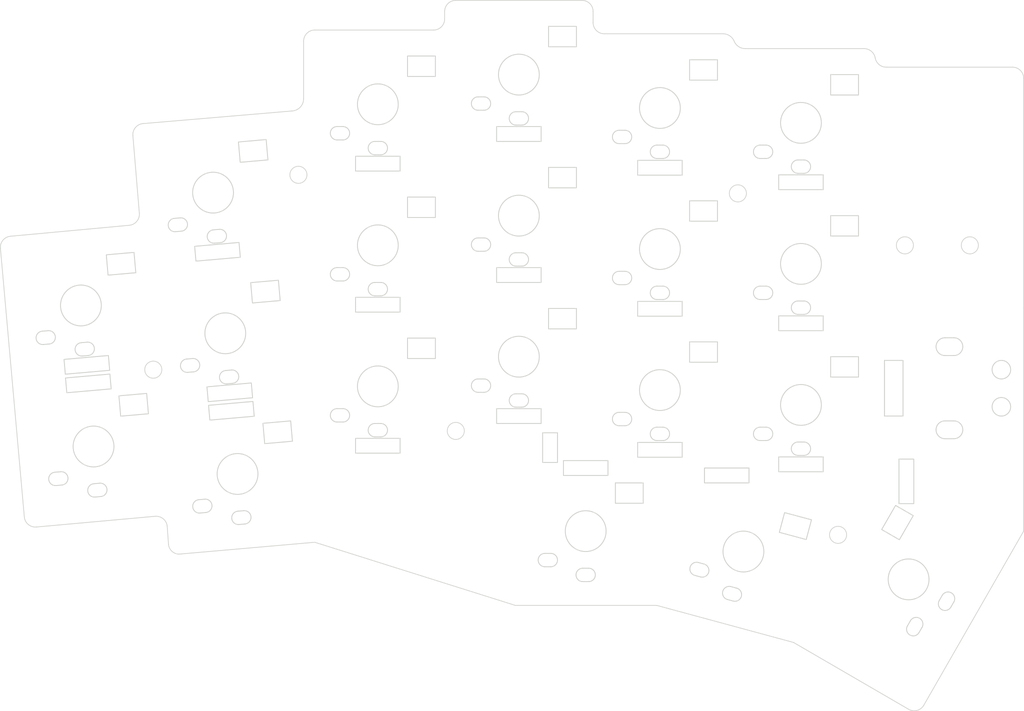
<source format=kicad_pcb>
(kicad_pcb (version 20211014) (generator pcbnew)
  (layers (0 "F.Cu" signal) (31 "B.Cu" signal) (34 "B.Paste" user) (35 "F.Paste" user) (36 "B.SilkS" user "B.Silkscreen") (37 "F.SilkS" user "F.Silkscreen") (38 "B.Mask" user) (39 "F.Mask" user) (44 "Edge.Cuts" user))
  (net 0 "")
  (footprint "pica:Cutout_ChocV2" (layer "F.Cu") (at 97.75 59.5)
    (fp_text reference "SW2")
    (fp_text value "SW_PUSH" hide)
    (fp_line (start -0.4 6.8) (end 0.4 6.8) (layer "Edge.Cuts") (width 0.12))
    (fp_line (start -0.4 5) (end 0.4 5) (layer "Edge.Cuts") (width 0.12))
    (fp_line (start -5.5 3) (end -4.7 3) (layer "Edge.Cuts") (width 0.12))
    (fp_line (start -5.5 4.8) (end -4.7 4.8) (layer "Edge.Cuts") (width 0.12))
    (fp_rect (start 4 -6.5) (end 7.75 -3.75) (layer "Edge.Cuts") (width 0.12) (fill none))
    (fp_arc (start -0.4 6.8) (mid -1.3 5.9) (end -0.4 5) (layer "Edge.Cuts") (width 0.12))
    (fp_arc (start -5.5 4.8) (mid -6.4 3.9) (end -5.5 3) (layer "Edge.Cuts") (width 0.12))
    (fp_arc (start 0.4 5) (mid 1.3 5.9) (end 0.4 6.8) (layer "Edge.Cuts") (width 0.12))
    (fp_arc (start -4.7 3) (mid -3.8 3.9) (end -4.7 4.8) (layer "Edge.Cuts") (width 0.12))
    (fp_circle (center 0 0) (end 0 -2.75) (layer "Edge.Cuts") (width 0.12) (fill none))
  )
  (footprint "pica:Cutout_ChocV2" (layer "F.Cu") (at 169.25 123.5 60)
    (fp_text reference "SW20")
    (fp_text value "SW_PUSH" hide)
    (fp_line (start -0.4 5) (end 0.4 5) (layer "Edge.Cuts") (width 0.12))
    (fp_line (start -5.5 3) (end -4.7 3) (layer "Edge.Cuts") (width 0.12))
    (fp_line (start -5.5 4.8) (end -4.7 4.8) (layer "Edge.Cuts") (width 0.12))
    (fp_line (start -0.4 6.8) (end 0.4 6.8) (layer "Edge.Cuts") (width 0.12))
    (fp_rect (start 4 -6.5) (end 7.75 -3.75) (layer "Edge.Cuts") (width 0.12) (fill none))
    (fp_arc (start -5.5 4.8) (mid -6.4 3.9) (end -5.5 3) (layer "Edge.Cuts") (width 0.12))
    (fp_arc (start -0.4 6.8) (mid -1.3 5.9) (end -0.4 5) (layer "Edge.Cuts") (width 0.12))
    (fp_arc (start 0.4 5) (mid 1.3 5.9) (end 0.4 6.8) (layer "Edge.Cuts") (width 0.12))
    (fp_arc (start -4.7 3) (mid -3.8 3.9) (end -4.7 4.8) (layer "Edge.Cuts") (width 0.12))
    (fp_circle (center 0 0) (end 0 -2.75) (layer "Edge.Cuts") (width 0.12) (fill none))
  )
  (footprint "pica:Cutout_RotaryEncoder_EC11" (layer "F.Cu") (at 174.75 97.75)
    (fp_text reference "RE1")
    (fp_text value "RotaryEncoder_Switch")
    (fp_line (start -0.6 -6.8) (end 0.6 -6.8) (layer "Edge.Cuts") (width 0.12))
    (fp_line (start -0.6 6.8) (end 0.6 6.8) (layer "Edge.Cuts") (width 0.12))
    (fp_line (start -0.6 -4.4) (end 0.6 -4.4) (layer "Edge.Cuts") (width 0.12))
    (fp_line (start -0.6 4.4) (end 0.6 4.4) (layer "Edge.Cuts") (width 0.12))
    (fp_rect (start -8.75 -3.75) (end -6.25 3.75) (layer "Edge.Cuts") (width 0.12) (fill none))
    (fp_arc (start -0.6 6.8) (mid -1.8 5.6) (end -0.6 4.4) (layer "Edge.Cuts") (width 0.12))
    (fp_arc (start 0.6 -6.8) (mid 1.8 -5.6) (end 0.6 -4.4) (layer "Edge.Cuts") (width 0.12))
    (fp_arc (start 0.6 4.4) (mid 1.8 5.6) (end 0.6 6.8) (layer "Edge.Cuts") (width 0.12))
    (fp_arc (start -0.6 -4.4) (mid -1.8 -5.6) (end -0.6 -6.8) (layer "Edge.Cuts") (width 0.12))
    (fp_circle (center 7 2.5) (end 7 1.25) (layer "Edge.Cuts") (width 0.12) (fill none))
    (fp_circle (center 7 -2.5) (end 7 -3.75) (layer "Edge.Cuts") (width 0.12) (fill none))
  )
  (footprint "pica:thread_m2_hole" (layer "F.Cu") (at 87.05 69)
    (fp_text reference "H1" hide)
    (fp_text value "MountingHole" hide)
    (fp_circle (center 0 0) (end 1.15 0) (layer "Edge.Cuts") (width 0.1) (fill none))
  )
  (footprint "pica:Cutout_ChocV2" (layer "F.Cu") (at 97.75 97.5)
    (fp_text reference "SW12")
    (fp_text value "SW_PUSH" hide)
    (fp_line (start -5.5 4.8) (end -4.7 4.8) (layer "Edge.Cuts") (width 0.12))
    (fp_line (start -0.4 6.8) (end 0.4 6.8) (layer "Edge.Cuts") (width 0.12))
    (fp_line (start -5.5 3) (end -4.7 3) (layer "Edge.Cuts") (width 0.12))
    (fp_line (start -0.4 5) (end 0.4 5) (layer "Edge.Cuts") (width 0.12))
    (fp_rect (start 4 -6.5) (end 7.75 -3.75) (layer "Edge.Cuts") (width 0.12) (fill none))
    (fp_arc (start -4.7 3) (mid -3.8 3.9) (end -4.7 4.8) (layer "Edge.Cuts") (width 0.12))
    (fp_arc (start 0.4 5) (mid 1.3 5.9) (end 0.4 6.8) (layer "Edge.Cuts") (width 0.12))
    (fp_arc (start -0.4 6.8) (mid -1.3 5.9) (end -0.4 5) (layer "Edge.Cuts") (width 0.12))
    (fp_arc (start -5.5 4.8) (mid -6.4 3.9) (end -5.5 3) (layer "Edge.Cuts") (width 0.12))
    (fp_circle (center 0 0) (end 0 -2.75) (layer "Edge.Cuts") (width 0.12) (fill none))
  )
  (footprint "pica:Cutout_ChocV2" (layer "F.Cu") (at 135.75 98)
    (fp_text reference "SW14")
    (fp_text value "SW_PUSH" hide)
    (fp_line (start -0.4 5) (end 0.4 5) (layer "Edge.Cuts") (width 0.12))
    (fp_line (start -5.5 4.8) (end -4.7 4.8) (layer "Edge.Cuts") (width 0.12))
    (fp_line (start -0.4 6.8) (end 0.4 6.8) (layer "Edge.Cuts") (width 0.12))
    (fp_line (start -5.5 3) (end -4.7 3) (layer "Edge.Cuts") (width 0.12))
    (fp_rect (start 4 -6.5) (end 7.75 -3.75) (layer "Edge.Cuts") (width 0.12) (fill none))
    (fp_arc (start 0.4 5) (mid 1.3 5.9) (end 0.4 6.8) (layer "Edge.Cuts") (width 0.12))
    (fp_arc (start -0.4 6.8) (mid -1.3 5.9) (end -0.4 5) (layer "Edge.Cuts") (width 0.12))
    (fp_arc (start -5.5 4.8) (mid -6.4 3.9) (end -5.5 3) (layer "Edge.Cuts") (width 0.12))
    (fp_arc (start -4.7 3) (mid -3.8 3.9) (end -4.7 4.8) (layer "Edge.Cuts") (width 0.12))
    (fp_circle (center 0 0) (end 0 -2.75) (layer "Edge.Cuts") (width 0.12) (fill none))
  )
  (footprint "pica:Cutout_ChocV2" (layer "F.Cu") (at 154.75 81)
    (fp_text reference "SW10")
    (fp_text value "SW_PUSH" hide)
    (fp_line (start -0.4 6.8) (end 0.4 6.8) (layer "Edge.Cuts") (width 0.12))
    (fp_line (start -5.5 3) (end -4.7 3) (layer "Edge.Cuts") (width 0.12))
    (fp_line (start -5.5 4.8) (end -4.7 4.8) (layer "Edge.Cuts") (width 0.12))
    (fp_line (start -0.4 5) (end 0.4 5) (layer "Edge.Cuts") (width 0.12))
    (fp_rect (start 4 -6.5) (end 7.75 -3.75) (layer "Edge.Cuts") (width 0.12) (fill none))
    (fp_arc (start -5.5 4.8) (mid -6.4 3.9) (end -5.5 3) (layer "Edge.Cuts") (width 0.12))
    (fp_arc (start 0.4 5) (mid 1.3 5.9) (end 0.4 6.8) (layer "Edge.Cuts") (width 0.12))
    (fp_arc (start -4.7 3) (mid -3.8 3.9) (end -4.7 4.8) (layer "Edge.Cuts") (width 0.12))
    (fp_arc (start -0.4 6.8) (mid -1.3 5.9) (end -0.4 5) (layer "Edge.Cuts") (width 0.12))
    (fp_circle (center 0 0) (end 0 -2.75) (layer "Edge.Cuts") (width 0.12) (fill none))
  )
  (footprint "pica:thread_m2_hole" (layer "F.Cu") (at 67.5 95.25 5)
    (fp_text reference "H3" hide)
    (fp_text value "MountingHole" hide)
    (fp_circle (center 0 0) (end 1.15 0) (layer "Edge.Cuts") (width 0.1) (fill none))
  )
  (footprint "pica:Cutout_ChocV2" (layer "F.Cu") (at 78.85 109.3 5)
    (fp_text reference "SW11")
    (fp_text value "SW_PUSH" hide)
    (fp_line (start -5.5 3) (end -4.7 3) (layer "Edge.Cuts") (width 0.12))
    (fp_line (start -0.4 6.8) (end 0.4 6.8) (layer "Edge.Cuts") (width 0.12))
    (fp_line (start -0.4 5) (end 0.4 5) (layer "Edge.Cuts") (width 0.12))
    (fp_line (start -5.5 4.8) (end -4.7 4.8) (layer "Edge.Cuts") (width 0.12))
    (fp_rect (start 4 -6.5) (end 7.75 -3.75) (layer "Edge.Cuts") (width 0.12) (fill none))
    (fp_arc (start 0.4 5) (mid 1.3 5.9) (end 0.4 6.8) (layer "Edge.Cuts") (width 0.12))
    (fp_arc (start -4.7 3) (mid -3.8 3.9) (end -4.7 4.8) (layer "Edge.Cuts") (width 0.12))
    (fp_arc (start -5.5 4.8) (mid -6.4 3.9) (end -5.5 3) (layer "Edge.Cuts") (width 0.12))
    (fp_arc (start -0.4 6.8) (mid -1.3 5.9) (end -0.4 5) (layer "Edge.Cuts") (width 0.12))
    (fp_circle (center 0 0) (end 0 -2.75) (layer "Edge.Cuts") (width 0.12) (fill none))
  )
  (footprint "pica:Cutout_ChocV2" (layer "F.Cu") (at 154.75 62)
    (fp_text reference "SW5")
    (fp_text value "SW_PUSH" hide)
    (fp_line (start -5.5 3) (end -4.7 3) (layer "Edge.Cuts") (width 0.12))
    (fp_line (start -0.4 5) (end 0.4 5) (layer "Edge.Cuts") (width 0.12))
    (fp_line (start -5.5 4.8) (end -4.7 4.8) (layer "Edge.Cuts") (width 0.12))
    (fp_line (start -0.4 6.8) (end 0.4 6.8) (layer "Edge.Cuts") (width 0.12))
    (fp_rect (start 4 -6.5) (end 7.75 -3.75) (layer "Edge.Cuts") (width 0.12) (fill none))
    (fp_arc (start -5.5 4.8) (mid -6.4 3.9) (end -5.5 3) (layer "Edge.Cuts") (width 0.12))
    (fp_arc (start 0.4 5) (mid 1.3 5.9) (end 0.4 6.8) (layer "Edge.Cuts") (width 0.12))
    (fp_arc (start -4.7 3) (mid -3.8 3.9) (end -4.7 4.8) (layer "Edge.Cuts") (width 0.12))
    (fp_arc (start -0.4 6.8) (mid -1.3 5.9) (end -0.4 5) (layer "Edge.Cuts") (width 0.12))
    (fp_circle (center 0 0) (end 0 -2.75) (layer "Edge.Cuts") (width 0.12) (fill none))
  )
  (footprint "pica:Cutout_ChocV2" (layer "F.Cu") (at 135.75 79)
    (fp_text reference "SW9")
    (fp_text value "SW_PUSH" hide)
    (fp_line (start -5.5 3) (end -4.7 3) (layer "Edge.Cuts") (width 0.12))
    (fp_line (start -0.4 6.8) (end 0.4 6.8) (layer "Edge.Cuts") (width 0.12))
    (fp_line (start -5.5 4.8) (end -4.7 4.8) (layer "Edge.Cuts") (width 0.12))
    (fp_line (start -0.4 5) (end 0.4 5) (layer "Edge.Cuts") (width 0.12))
    (fp_rect (start 4 -6.5) (end 7.75 -3.75) (layer "Edge.Cuts") (width 0.12) (fill none))
    (fp_arc (start 0.4 5) (mid 1.3 5.9) (end 0.4 6.8) (layer "Edge.Cuts") (width 0.12))
    (fp_arc (start -0.4 6.8) (mid -1.3 5.9) (end -0.4 5) (layer "Edge.Cuts") (width 0.12))
    (fp_arc (start -5.5 4.8) (mid -6.4 3.9) (end -5.5 3) (layer "Edge.Cuts") (width 0.12))
    (fp_arc (start -4.7 3) (mid -3.8 3.9) (end -4.7 4.8) (layer "Edge.Cuts") (width 0.12))
    (fp_circle (center 0 0) (end 0 -2.75) (layer "Edge.Cuts") (width 0.12) (fill none))
  )
  (footprint "pica:Cutout_ChocV2" (layer "F.Cu") (at 116.75 74.5)
    (fp_text reference "SW8")
    (fp_text value "SW_PUSH" hide)
    (fp_line (start -0.4 6.8) (end 0.4 6.8) (layer "Edge.Cuts") (width 0.12))
    (fp_line (start -0.4 5) (end 0.4 5) (layer "Edge.Cuts") (width 0.12))
    (fp_line (start -5.5 3) (end -4.7 3) (layer "Edge.Cuts") (width 0.12))
    (fp_line (start -5.5 4.8) (end -4.7 4.8) (layer "Edge.Cuts") (width 0.12))
    (fp_rect (start 4 -6.5) (end 7.75 -3.75) (layer "Edge.Cuts") (width 0.12) (fill none))
    (fp_arc (start 0.4 5) (mid 1.3 5.9) (end 0.4 6.8) (layer "Edge.Cuts") (width 0.12))
    (fp_arc (start -5.5 4.8) (mid -6.4 3.9) (end -5.5 3) (layer "Edge.Cuts") (width 0.12))
    (fp_arc (start -0.4 6.8) (mid -1.3 5.9) (end -0.4 5) (layer "Edge.Cuts") (width 0.12))
    (fp_arc (start -4.7 3) (mid -3.8 3.9) (end -4.7 4.8) (layer "Edge.Cuts") (width 0.12))
    (fp_circle (center 0 0) (end 0 -2.75) (layer "Edge.Cuts") (width 0.12) (fill none))
  )
  (footprint "pica:Cutout_JST_PH_S2B-PH-K_1x02_P2.00mm" (layer "F.Cu") (at 120.95 104.75 -90)
    (fp_text reference "BATTCONN2" hide)
    (fp_text value "Conn_01x02_Female" hide)
    (fp_rect (start -1 -1) (end 3 1) (layer "Edge.Cuts") (width 0.12) (fill none))
  )
  (footprint "pica:Cutout_ChocV2" (layer "F.Cu") (at 154.75 100)
    (fp_text reference "SW15")
    (fp_text value "SW_PUSH" hide)
    (fp_line (start -0.4 5) (end 0.4 5) (layer "Edge.Cuts") (width 0.12))
    (fp_line (start -5.5 4.8) (end -4.7 4.8) (layer "Edge.Cuts") (width 0.12))
    (fp_line (start -0.4 6.8) (end 0.4 6.8) (layer "Edge.Cuts") (width 0.12))
    (fp_line (start -5.5 3) (end -4.7 3) (layer "Edge.Cuts") (width 0.12))
    (fp_rect (start 4 -6.5) (end 7.75 -3.75) (layer "Edge.Cuts") (width 0.12) (fill none))
    (fp_arc (start -0.4 6.8) (mid -1.3 5.9) (end -0.4 5) (layer "Edge.Cuts") (width 0.12))
    (fp_arc (start -5.5 4.8) (mid -6.4 3.9) (end -5.5 3) (layer "Edge.Cuts") (width 0.12))
    (fp_arc (start -4.7 3) (mid -3.8 3.9) (end -4.7 4.8) (layer "Edge.Cuts") (width 0.12))
    (fp_arc (start 0.4 5) (mid 1.3 5.9) (end 0.4 6.8) (layer "Edge.Cuts") (width 0.12))
    (fp_circle (center 0 0) (end 0 -2.75) (layer "Edge.Cuts") (width 0.12) (fill none))
  )
  (footprint "pica:Cutout_ChocV2" (layer "F.Cu") (at 59.45 105.6 5)
    (fp_text reference "SW17")
    (fp_text value "SW_PUSH" hide)
    (fp_line (start -5.5 4.8) (end -4.7 4.8) (layer "Edge.Cuts") (width 0.12))
    (fp_line (start -0.4 5) (end 0.4 5) (layer "Edge.Cuts") (width 0.12))
    (fp_line (start -5.5 3) (end -4.7 3) (layer "Edge.Cuts") (width 0.12))
    (fp_line (start -0.4 6.8) (end 0.4 6.8) (layer "Edge.Cuts") (width 0.12))
    (fp_rect (start 4 -6.5) (end 7.75 -3.75) (layer "Edge.Cuts") (width 0.12) (fill none))
    (fp_arc (start -4.7 3) (mid -3.8 3.9) (end -4.7 4.8) (layer "Edge.Cuts") (width 0.12))
    (fp_arc (start -0.4 6.8) (mid -1.3 5.9) (end -0.4 5) (layer "Edge.Cuts") (width 0.12))
    (fp_arc (start -5.5 4.8) (mid -6.4 3.9) (end -5.5 3) (layer "Edge.Cuts") (width 0.12))
    (fp_arc (start 0.4 5) (mid 1.3 5.9) (end 0.4 6.8) (layer "Edge.Cuts") (width 0.12))
    (fp_circle (center 0 0) (end 0 -2.75) (layer "Edge.Cuts") (width 0.12) (fill none))
  )
  (footprint "pica:thread_m2_hole" (layer "F.Cu") (at 108.25 103.5)
    (fp_text reference "H4" hide)
    (fp_text value "MountingHole" hide)
    (fp_circle (center 0 0) (end 1.15 0) (layer "Edge.Cuts") (width 0.1) (fill none))
  )
  (footprint "pica:Cutout_ChocV2" (layer "F.Cu") (at 97.75 78.5)
    (fp_text reference "SW7")
    (fp_text value "SW_PUSH" hide)
    (fp_line (start -0.4 6.8) (end 0.4 6.8) (layer "Edge.Cuts") (width 0.12))
    (fp_line (start -5.5 3) (end -4.7 3) (layer "Edge.Cuts") (width 0.12))
    (fp_line (start -0.4 5) (end 0.4 5) (layer "Edge.Cuts") (width 0.12))
    (fp_line (start -5.5 4.8) (end -4.7 4.8) (layer "Edge.Cuts") (width 0.12))
    (fp_rect (start 4 -6.5) (end 7.75 -3.75) (layer "Edge.Cuts") (width 0.12) (fill none))
    (fp_arc (start -4.7 3) (mid -3.8 3.9) (end -4.7 4.8) (layer "Edge.Cuts") (width 0.12))
    (fp_arc (start -0.4 6.8) (mid -1.3 5.9) (end -0.4 5) (layer "Edge.Cuts") (width 0.12))
    (fp_arc (start 0.4 5) (mid 1.3 5.9) (end 0.4 6.8) (layer "Edge.Cuts") (width 0.12))
    (fp_arc (start -5.5 4.8) (mid -6.4 3.9) (end -5.5 3) (layer "Edge.Cuts") (width 0.12))
    (fp_circle (center 0 0) (end 0 -2.75) (layer "Edge.Cuts") (width 0.12) (fill none))
  )
  (footprint "pica:Cutout_ChocV2" (layer "F.Cu") (at 57.75 86.6 5)
    (fp_text reference "SW16")
    (fp_text value "SW_PUSH" hide)
    (fp_line (start -5.5 3) (end -4.7 3) (layer "Edge.Cuts") (width 0.12))
    (fp_line (start -5.5 4.8) (end -4.7 4.8) (layer "Edge.Cuts") (width 0.12))
    (fp_line (start -0.4 6.8) (end 0.4 6.8) (layer "Edge.Cuts") (width 0.12))
    (fp_line (start -0.4 5) (end 0.4 5) (layer "Edge.Cuts") (width 0.12))
    (fp_rect (start 4 -6.5) (end 7.75 -3.75) (layer "Edge.Cuts") (width 0.12) (fill none))
    (fp_arc (start -5.5 4.8) (mid -6.4 3.9) (end -5.5 3) (layer "Edge.Cuts") (width 0.12))
    (fp_arc (start 0.4 5) (mid 1.3 5.9) (end 0.4 6.8) (layer "Edge.Cuts") (width 0.12))
    (fp_arc (start -0.4 6.8) (mid -1.3 5.9) (end -0.4 5) (layer "Edge.Cuts") (width 0.12))
    (fp_arc (start -4.7 3) (mid -3.8 3.9) (end -4.7 4.8) (layer "Edge.Cuts") (width 0.12))
    (fp_circle (center 0 0) (end 0 -2.75) (layer "Edge.Cuts") (width 0.12) (fill none))
  )
  (footprint "pica:thread_m2_hole" (layer "F.Cu") (at 168.75 78.5)
    (fp_text reference "H6" hide)
    (fp_text value "MountingHole" hide)
    (fp_circle (center 0 0) (end 1.15 0) (layer "Edge.Cuts") (width 0.1) (fill none))
  )
  (footprint "pica:Cutout_ChocV2" (layer "F.Cu") (at 77.2 90.35 5)
    (fp_text reference "SW6")
    (fp_text value "SW_PUSH" hide)
    (fp_line (start -0.4 5) (end 0.4 5) (layer "Edge.Cuts") (width 0.12))
    (fp_line (start -5.5 4.8) (end -4.7 4.8) (layer "Edge.Cuts") (width 0.12))
    (fp_line (start -0.4 6.8) (end 0.4 6.8) (layer "Edge.Cuts") (width 0.12))
    (fp_line (start -5.5 3) (end -4.7 3) (layer "Edge.Cuts") (width 0.12))
    (fp_rect (start 4 -6.5) (end 7.75 -3.75) (layer "Edge.Cuts") (width 0.12) (fill none))
    (fp_arc (start -4.7 3) (mid -3.8 3.9) (end -4.7 4.8) (layer "Edge.Cuts") (width 0.12))
    (fp_arc (start -0.4 6.8) (mid -1.3 5.9) (end -0.4 5) (layer "Edge.Cuts") (width 0.12))
    (fp_arc (start -5.5 4.8) (mid -6.4 3.9) (end -5.5 3) (layer "Edge.Cuts") (width 0.12))
    (fp_arc (start 0.4 5) (mid 1.3 5.9) (end 0.4 6.8) (layer "Edge.Cuts") (width 0.12))
    (fp_circle (center 0 0) (end 0 -2.75) (layer "Edge.Cuts") (width 0.12) (fill none))
  )
  (footprint "pica:Cutout_ChocV2" (layer "F.Cu") (at 147 119.75 -15)
    (fp_text reference "SW19")
    (fp_text value "SW_PUSH" hide)
    (fp_line (start -0.4 6.8) (end 0.4 6.8) (layer "Edge.Cuts") (width 0.12))
    (fp_line (start -0.4 5) (end 0.4 5) (layer "Edge.Cuts") (width 0.12))
    (fp_line (start -5.5 3) (end -4.7 3) (layer "Edge.Cuts") (width 0.12))
    (fp_line (start -5.5 4.8) (end -4.7 4.8) (layer "Edge.Cuts") (width 0.12))
    (fp_rect (start 4 -6.5) (end 7.75 -3.75) (layer "Edge.Cuts") (width 0.12) (fill none))
    (fp_arc (start -5.5 4.8) (mid -6.4 3.9) (end -5.5 3) (layer "Edge.Cuts") (width 0.12))
    (fp_arc (start -0.4 6.8) (mid -1.3 5.9) (end -0.4 5) (layer "Edge.Cuts") (width 0.12))
    (fp_arc (start -4.7 3) (mid -3.8 3.9) (end -4.7 4.8) (layer "Edge.Cuts") (width 0.12))
    (fp_arc (start 0.4 5) (mid 1.3 5.9) (end 0.4 6.8) (layer "Edge.Cuts") (width 0.12))
    (fp_circle (center 0 0) (end 0 -2.75) (layer "Edge.Cuts") (width 0.12) (fill none))
  )
  (footprint "pica:thread_m2_hole" (layer "F.Cu") (at 177.5 78.5)
    (fp_text reference "H7" hide)
    (fp_text value "MountingHole" hide)
    (fp_circle (center 0 0) (end 1.15 0) (layer "Edge.Cuts") (width 0.1) (fill none))
  )
  (footprint "pica:Cutout_ChocV2" (layer "F.Cu") (at 75.55 71.4 5)
    (fp_text reference "SW1")
    (fp_text value "SW_PUSH" hide)
    (fp_line (start -0.4 6.8) (end 0.4 6.8) (layer "Edge.Cuts") (width 0.12))
    (fp_line (start -5.5 3) (end -4.7 3) (layer "Edge.Cuts") (width 0.12))
    (fp_line (start -5.5 4.8) (end -4.7 4.8) (layer "Edge.Cuts") (width 0.12))
    (fp_line (start -0.4 5) (end 0.4 5) (layer "Edge.Cuts") (width 0.12))
    (fp_rect (start 4 -6.5) (end 7.75 -3.75) (layer "Edge.Cuts") (width 0.12) (fill none))
    (fp_arc (start -4.7 3) (mid -3.8 3.9) (end -4.7 4.8) (layer "Edge.Cuts") (width 0.12))
    (fp_arc (start -5.5 4.8) (mid -6.4 3.9) (end -5.5 3) (layer "Edge.Cuts") (width 0.12))
    (fp_arc (start -0.4 6.8) (mid -1.3 5.9) (end -0.4 5) (layer "Edge.Cuts") (width 0.12))
    (fp_arc (start 0.4 5) (mid 1.3 5.9) (end 0.4 6.8) (layer "Edge.Cuts") (width 0.12))
    (fp_circle (center 0 0) (end 0 -2.75) (layer "Edge.Cuts") (width 0.12) (fill none))
  )
  (footprint "pica:Cutout_ChocV2" (layer "F.Cu") (at 135.75 60)
    (fp_text reference "SW4")
    (fp_text value "SW_PUSH" hide)
    (fp_line (start -0.4 5) (end 0.4 5) (layer "Edge.Cuts") (width 0.12))
    (fp_line (start -5.5 3) (end -4.7 3) (layer "Edge.Cuts") (width 0.12))
    (fp_line (start -0.4 6.8) (end 0.4 6.8) (layer "Edge.Cuts") (width 0.12))
    (fp_line (start -5.5 4.8) (end -4.7 4.8) (layer "Edge.Cuts") (width 0.12))
    (fp_rect (start 4 -6.5) (end 7.75 -3.75) (layer "Edge.Cuts") (width 0.12) (fill none))
    (fp_arc (start -4.7 3) (mid -3.8 3.9) (end -4.7 4.8) (layer "Edge.Cuts") (width 0.12))
    (fp_arc (start 0.4 5) (mid 1.3 5.9) (end 0.4 6.8) (layer "Edge.Cuts") (width 0.12))
    (fp_arc (start -0.4 6.8) (mid -1.3 5.9) (end -0.4 5) (layer "Edge.Cuts") (width 0.12))
    (fp_arc (start -5.5 4.8) (mid -6.4 3.9) (end -5.5 3) (layer "Edge.Cuts") (width 0.12))
    (fp_circle (center 0 0) (end 0 -2.75) (layer "Edge.Cuts") (width 0.12) (fill none))
  )
  (footprint "pica:Cutout_ChocV2" (layer "F.Cu") (at 116.75 93.5)
    (fp_text reference "SW13")
    (fp_text value "SW_PUSH" hide)
    (fp_line (start -0.4 5) (end 0.4 5) (layer "Edge.Cuts") (width 0.12))
    (fp_line (start -5.5 4.8) (end -4.7 4.8) (layer "Edge.Cuts") (width 0.12))
    (fp_line (start -0.4 6.8) (end 0.4 6.8) (layer "Edge.Cuts") (width 0.12))
    (fp_line (start -5.5 3) (end -4.7 3) (layer "Edge.Cuts") (width 0.12))
    (fp_rect (start 4 -6.5) (end 7.75 -3.75) (layer "Edge.Cuts") (width 0.12) (fill none))
    (fp_arc (start -0.4 6.8) (mid -1.3 5.9) (end -0.4 5) (layer "Edge.Cuts") (width 0.12))
    (fp_arc (start 0.4 5) (mid 1.3 5.9) (end 0.4 6.8) (layer "Edge.Cuts") (width 0.12))
    (fp_arc (start -5.5 4.8) (mid -6.4 3.9) (end -5.5 3) (layer "Edge.Cuts") (width 0.12))
    (fp_arc (start -4.7 3) (mid -3.8 3.9) (end -4.7 4.8) (layer "Edge.Cuts") (width 0.12))
    (fp_circle (center 0 0) (end 0 -2.75) (layer "Edge.Cuts") (width 0.12) (fill none))
  )
  (footprint "pica:thread_m2_hole" (layer "F.Cu") (at 159.75 117.5)
    (fp_text reference "H2" hide)
    (fp_text value "MountingHole" hide)
    (fp_circle (center 0 0) (end 1.15 0) (layer "Edge.Cuts") (width 0.1) (fill none))
  )
  (footprint "pica:thread_m2_hole" (layer "F.Cu") (at 146.25 71.5)
    (fp_text reference "H5" hide)
    (fp_text value "MountingHole" hide)
    (fp_circle (center 0 0) (end 1.15 0) (layer "Edge.Cuts") (width 0.1) (fill none))
  )
  (footprint "pica:Cutout_ChocV2" (layer "F.Cu") (at 125.75 117)
    (fp_text reference "SW18")
    (fp_text value "SW_PUSH" hide)
    (fp_line (start -5.5 4.8) (end -4.7 4.8) (layer "Edge.Cuts") (width 0.12))
    (fp_line (start -5.5 3) (end -4.7 3) (layer "Edge.Cuts") (width 0.12))
    (fp_line (start -0.4 6.8) (end 0.4 6.8) (layer "Edge.Cuts") (width 0.12))
    (fp_line (start -0.4 5) (end 0.4 5) (layer "Edge.Cuts") (width 0.12))
    (fp_rect (start 4 -6.5) (end 7.75 -3.75) (layer "Edge.Cuts") (width 0.12) (fill none))
    (fp_arc (start -4.7 3) (mid -3.8 3.9) (end -4.7 4.8) (layer "Edge.Cuts") (width 0.12))
    (fp_arc (start -0.4 6.8) (mid -1.3 5.9) (end -0.4 5) (layer "Edge.Cuts") (width 0.12))
    (fp_arc (start -5.5 4.8) (mid -6.4 3.9) (end -5.5 3) (layer "Edge.Cuts") (width 0.12))
    (fp_arc (start 0.4 5) (mid 1.3 5.9) (end 0.4 6.8) (layer "Edge.Cuts") (width 0.12))
    (fp_circle (center 0 0) (end 0 -2.75) (layer "Edge.Cuts") (width 0.12) (fill none))
  )
  (footprint "pica:Cutout_ChocV2" (layer "F.Cu") (at 116.75 55.5)
    (fp_text reference "SW3")
    (fp_text value "SW_PUSH" hide)
    (fp_line (start -0.4 6.8) (end 0.4 6.8) (layer "Edge.Cuts") (width 0.12))
    (fp_line (start -0.4 5) (end 0.4 5) (layer "Edge.Cuts") (width 0.12))
    (fp_line (start -5.5 3) (end -4.7 3) (layer "Edge.Cuts") (width 0.12))
    (fp_line (start -5.5 4.8) (end -4.7 4.8) (layer "Edge.Cuts") (width 0.12))
    (fp_rect (start 4 -6.5) (end 7.75 -3.75) (layer "Edge.Cuts") (width 0.12) (fill none))
    (fp_arc (start -0.4 6.8) (mid -1.3 5.9) (end -0.4 5) (layer "Edge.Cuts") (width 0.12))
    (fp_arc (start 0.4 5) (mid 1.3 5.9) (end 0.4 6.8) (layer "Edge.Cuts") (width 0.12))
    (fp_arc (start -4.7 3) (mid -3.8 3.9) (end -4.7 4.8) (layer "Edge.Cuts") (width 0.12))
    (fp_arc (start -5.5 4.8) (mid -6.4 3.9) (end -5.5 3) (layer "Edge.Cuts") (width 0.12))
    (fp_circle (center 0 0) (end 0 -2.75) (layer "Edge.Cuts") (width 0.12) (fill none))
  )
  (footprint "pica:Cutout_D3_SMD" (layer "B.Cu") (at 97.75 67.5 180)
    (fp_text reference "D2" hide)
    (fp_text value "D_Small" hide)
    (fp_rect (start -3 1) (end 3 -1) (layer "Edge.Cuts") (width 0.12) (fill none))
  )
  (footprint "pica:Cutout_D3_SMD" (layer "B.Cu") (at 135.75 106.0483 180)
    (fp_text reference "D14" hide)
    (fp_text value "D_Small" hide)
    (fp_rect (start -3 1) (end 3 -1) (layer "Edge.Cuts") (width 0.12) (fill none))
  )
  (footprint "pica:Cutout_D3_SMD" (layer "B.Cu") (at 144.75 109.5 180)
    (fp_text reference "D19" hide)
    (fp_text value "D_Small" hide)
    (fp_rect (start -3 1) (end 3 -1) (layer "Edge.Cuts") (width 0.12) (fill none))
  )
  (footprint "pica:Cutout_D3_SMD" (layer "B.Cu") (at 135.75 68.0483 180)
    (fp_text reference "D4" hide)
    (fp_text value "D_Small" hide)
    (fp_rect (start -3 1) (end 3 -1) (layer "Edge.Cuts") (width 0.12) (fill none))
  )
  (footprint "pica:Cutout_D3_SMD" (layer "B.Cu") (at 168.95 110.3 -90)
    (fp_text reference "D20" hide)
    (fp_text value "D_Small" hide)
    (fp_rect (start -3 1) (end 3 -1) (layer "Edge.Cuts") (width 0.12) (fill none))
  )
  (footprint "pica:Cutout_D3_SMD" (layer "B.Cu") (at 77.803205 98.297257 -175)
    (fp_text reference "D6" hide)
    (fp_text value "D_Small" hide)
    (fp_rect (start -3 1) (end 3 -1) (layer "Edge.Cuts") (width 0.12) (fill none))
  )
  (footprint "pica:Cutout_D3_SMD" (layer "B.Cu") (at 58.55 94.6 -175)
    (fp_text reference "D16" hide)
    (fp_text value "D_Small" hide)
    (fp_rect (start -3 1) (end 3 -1) (layer "Edge.Cuts") (width 0.12) (fill none))
  )
  (footprint "pica:Cutout_D3_SMD" (layer "B.Cu") (at 97.75 86.5 180)
    (fp_text reference "D7" hide)
    (fp_text value "D_Small" hide)
    (fp_rect (start -3 1) (end 3 -1) (layer "Edge.Cuts") (width 0.12) (fill none))
  )
  (footprint "pica:Cutout_D3_SMD" (layer "B.Cu") (at 154.75 89 180)
    (fp_text reference "D10" hide)
    (fp_text value "D_Small" hide)
    (fp_rect (start -3 1) (end 3 -1) (layer "Edge.Cuts") (width 0.12) (fill none))
  )
  (footprint "pica:Cutout_D3_SMD" (layer "B.Cu") (at 154.75 108 180)
    (fp_text reference "D15" hide)
    (fp_text value "D_Small" hide)
    (fp_rect (start -3 1) (end 3 -1) (layer "Edge.Cuts") (width 0.12) (fill none))
  )
  (footprint "pica:Cutout_D3_SMD" (layer "B.Cu") (at 116.75 63.5 180)
    (fp_text reference "D3" hide)
    (fp_text value "D_Small" hide)
    (fp_rect (start -3 1) (end 3 -1) (layer "Edge.Cuts") (width 0.12) (fill none))
  )
  (footprint "pica:Cutout_D3_SMD" (layer "B.Cu") (at 154.75 70 180)
    (fp_text reference "D5" hide)
    (fp_text value "D_Small" hide)
    (fp_rect (start -3 1) (end 3 -1) (layer "Edge.Cuts") (width 0.12) (fill none))
  )
  (footprint "pica:Cutout_D3_SMD" (layer "B.Cu") (at 135.75 87.0483 180)
    (fp_text reference "D9" hide)
    (fp_text value "D_Small" hide)
    (fp_rect (start -3 1) (end 3 -1) (layer "Edge.Cuts") (width 0.12) (fill none))
  )
  (footprint "pica:Cutout_D3_SMD" (layer "B.Cu") (at 125.75 108.5 180)
    (fp_text reference "D18" hide)
    (fp_text value "D_Small" hide)
    (fp_rect (start -3 1) (end 3 -1) (layer "Edge.Cuts") (width 0.12) (fill none))
  )
  (footprint "pica:Cutout_D3_SMD" (layer "B.Cu") (at 97.75 105.5 180)
    (fp_text reference "D12" hide)
    (fp_text value "D_Small" hide)
    (fp_rect (start -3 1) (end 3 -1) (layer "Edge.Cuts") (width 0.12) (fill none))
  )
  (footprint "pica:Cutout_D3_SMD" (layer "B.Cu") (at 58.75 97.1 -175)
    (fp_text reference "D17" hide)
    (fp_text value "D_Small" hide)
    (fp_rect (start -3 1) (end 3 -1) (layer "Edge.Cuts") (width 0.12) (fill none))
  )
  (footprint "pica:Cutout_D3_SMD" (layer "B.Cu") (at 76.147246 79.369557 -175)
    (fp_text reference "D1" hide)
    (fp_text value "D_Small" hide)
    (fp_rect (start -3 1) (end 3 -1) (layer "Edge.Cuts") (width 0.12) (fill none))
  )
  (footprint "pica:Cutout_D3_SMD" (layer "B.Cu") (at 78.021094 100.787743 -175)
    (fp_text reference "D11" hide)
    (fp_text value "D_Small" hide)
    (fp_rect (start -3 1) (end 3 -1) (layer "Edge.Cuts") (width 0.12) (fill none))
  )
  (footprint "pica:Cutout_D3_SMD" (layer "B.Cu") (at 116.75 101.5 180)
    (fp_text reference "D13" hide)
    (fp_text value "D_Small" hide)
    (fp_rect (start -3 1) (end 3 -1) (layer "Edge.Cuts") (width 0.12) (fill none))
  )
  (footprint "pica:Cutout_D3_SMD" (layer "B.Cu") (at 116.75 82.5 180)
    (fp_text reference "D8" hide)
    (fp_text value "D_Small" hide)
    (fp_rect (start -3 1) (end 3 -1) (layer "Edge.Cuts") (width 0.12) (fill none))
  )
  (gr_line (start 147.25 52) (end 163.25 52) (layer "Edge.Cuts") (width 0.1))
  (gr_line (start 125.25 45.5) (end 108.25 45.5) (layer "Edge.Cuts") (width 0.1))
  (gr_line (start 184.75 87) (end 184.75 117) (layer "Edge.Cuts") (width 0.1))
  (gr_line (start 89.25 49.5) (end 105.25 49.5) (layer "Edge.Cuts") (width 0.1))
  (gr_line (start 184.75 87) (end 184.75 56) (layer "Edge.Cuts") (width 0.1))
  (gr_line (start 64.75 63.724794) (end 65.620412 74.174352) (layer "Edge.Cuts") (width 0.1))
  (gr_line (start 89.25 118.5) (end 116.25 127) (layer "Edge.Cuts") (width 0.1))
  (gr_arc (start 128.25 50) (mid 127.18934 49.56066) (end 126.75 48.5) (layer "Edge.Cuts") (width 0.1))
  (gr_line (start 70.95 120.1) (end 89.25 118.5) (layer "Edge.Cuts") (width 0.1))
  (gr_line (start 51.75 116.445189) (end 67.75 115) (layer "Edge.Cuts") (width 0.1))
  (gr_line (start 171.299038 140.450962) (end 184.75 117) (layer "Edge.Cuts") (width 0.1))
  (gr_arc (start 106.75 48) (mid 106.31066 49.06066) (end 105.25 49.5) (layer "Edge.Cuts") (width 0.1))
  (gr_line (start 86.175797 60.400232) (end 66.113558 62.099769) (layer "Edge.Cuts") (width 0.1))
  (gr_arc (start 144.25 50) (mid 145.151388 50.272918) (end 145.75 51) (layer "Edge.Cuts") (width 0.1))
  (gr_line (start 128.25 50) (end 144.25 50) (layer "Edge.Cuts") (width 0.1))
  (gr_line (start 135.3 127) (end 153.75 132) (layer "Edge.Cuts") (width 0.1))
  (gr_line (start 87.75 51) (end 87.75 58.75) (layer "Edge.Cuts") (width 0.1))
  (gr_arc (start 65.620412 74.174352) (mid 65.275194 75.269282) (end 64.256854 75.799377) (layer "Edge.Cuts") (width 0.1))
  (gr_line (start 106.75 47) (end 106.75 48) (layer "Edge.Cuts") (width 0.1))
  (gr_arc (start 125.25 45.5) (mid 126.31066 45.93934) (end 126.75 47) (layer "Edge.Cuts") (width 0.1))
  (gr_arc (start 166.25 54.5) (mid 165.273719 54.146537) (end 164.75 53.25) (layer "Edge.Cuts") (width 0.1))
  (gr_arc (start 67.75 115) (mid 68.844895 115.345238) (end 69.375026 116.363557) (layer "Edge.Cuts") (width 0.1))
  (gr_line (start 169.25 141) (end 153.75 132) (layer "Edge.Cuts") (width 0.1))
  (gr_arc (start 64.75 63.724794) (mid 65.095241 62.629902) (end 66.113558 62.099769) (layer "Edge.Cuts") (width 0.1))
  (gr_line (start 126.75 48.5) (end 126.75 47) (layer "Edge.Cuts") (width 0.1))
  (gr_arc (start 163.25 52) (mid 164.226281 52.353463) (end 164.75 53.25) (layer "Edge.Cuts") (width 0.1))
  (gr_arc (start 106.75 47) (mid 107.18934 45.93934) (end 108.25 45.5) (layer "Edge.Cuts") (width 0.1))
  (gr_arc (start 70.95 120.1) (mid 70.007342 119.711331) (end 69.55 118.8) (layer "Edge.Cuts") (width 0.1))
  (gr_arc (start 87.75 58.75) (mid 87.293335 59.890337) (end 86.175797 60.400232) (layer "Edge.Cuts") (width 0.1))
  (gr_arc (start 51.75 116.445189) (mid 50.655073 116.099986) (end 50.124978 115.081632) (layer "Edge.Cuts") (width 0.1))
  (gr_arc (start 147.25 52) (mid 146.348612 51.727082) (end 145.75 51) (layer "Edge.Cuts") (width 0.1))
  (gr_line (start 183.25 54.5) (end 166.25 54.5) (layer "Edge.Cuts") (width 0.1))
  (gr_line (start 135.3 127) (end 116.25 127) (layer "Edge.Cuts") (width 0.1))
  (gr_line (start 69.375026 116.363557) (end 69.55 118.8) (layer "Edge.Cuts") (width 0.1))
  (gr_arc (start 87.75 51) (mid 88.18934 49.93934) (end 89.25 49.5) (layer "Edge.Cuts") (width 0.1))
  (gr_line (start 64.256854 75.799377) (end 48.268333 77.274974) (layer "Edge.Cuts") (width 0.1))
  (gr_line (start 46.904775 78.9) (end 50.124978 115.081632) (layer "Edge.Cuts") (width 0.1))
  (gr_arc (start 46.904775 78.9) (mid 47.250012 77.805097) (end 48.268333 77.274974) (layer "Edge.Cuts") (width 0.1))
  (gr_arc (start 183.25 54.5) (mid 184.31066 54.93934) (end 184.75 56) (layer "Edge.Cuts") (width 0.1))
  (gr_arc (start 171.299038 140.450962) (mid 170.38823 141.149869) (end 169.25 141) (layer "Edge.Cuts") (width 0.1))
)
</source>
